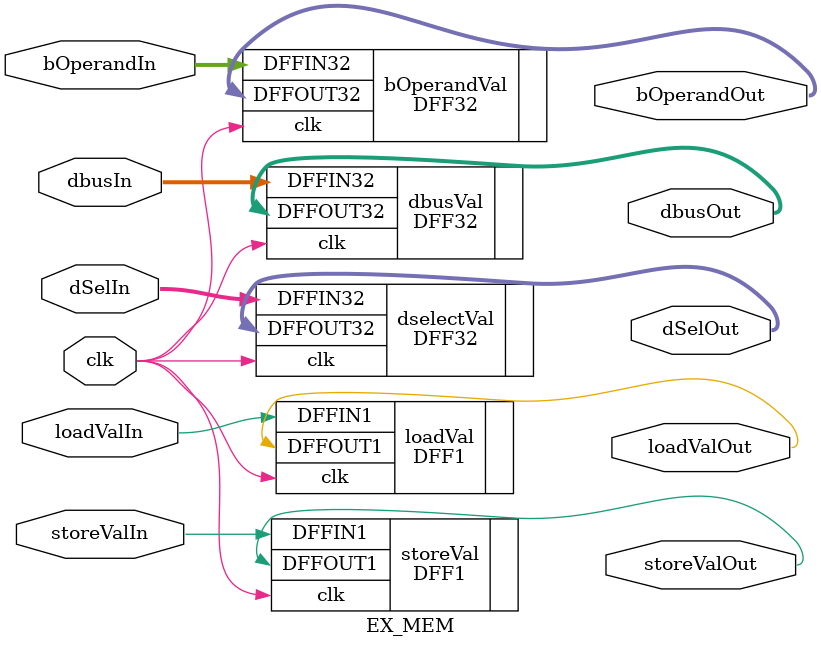
<source format=v>
`timescale 1ns / 1ps


module EX_MEM(
    input [31:0] bOperandIn, dbusIn, dSelIn,
    input clk, storeValIn, loadValIn,
    output [31:0] bOperandOut, dbusOut, dSelOut,
    output storeValOut, loadValOut
    );
    
    DFF32 dselectVal(
        .DFFIN32(dSelIn),
        .DFFOUT32(dSelOut),
        .clk(clk)
    );
    
    DFF32 dbusVal(
        .DFFIN32(dbusIn),
        .DFFOUT32(dbusOut),
        .clk(clk)
    );
    
    DFF32 bOperandVal(
        .DFFIN32(bOperandIn),
        .DFFOUT32(bOperandOut),
        .clk(clk)
    );
    
    DFF1 storeVal(
        .DFFIN1(storeValIn),
        .DFFOUT1(storeValOut),
        .clk(clk)
    );
    
    DFF1 loadVal(
        .DFFIN1(loadValIn),
        .DFFOUT1(loadValOut),
        .clk(clk)
    );

endmodule
</source>
